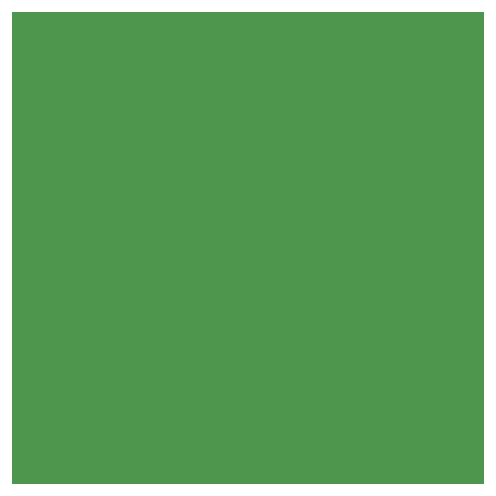
<source format=gbr>
G04 =======================================* 
G04 File Format: RS-274X * 
G04 Date:        July 17 2024 * 
G04 Time:        09:04:33 * 
G04 =======================================* 
G04 Format description *** 
G04 Code:          ASCII * 
G04 Unit:          Millimeter * 
G04 Coordinates:   Absolut * 
G04 Digits:        3.3-format * 
G04 Zeros skipped: Leading zeros omitted * 
G04 =======================================* 
%FSLAX33Y33*%
%MOMM*%
G90*
G71*
%LPD*%
G36*
G01X-20000Y-20000D02*
G01X20000Y-20000D01*
G01X20000Y20000D01*
G01X-20000Y20000D01*
G37*
%LPD*%
G36*
G01X-12000Y-8000D02*
G01X-12000Y-13000D01*
G01X-20000Y-13000D01*
G01X-20000Y-20000D01*
G01X20000Y-20000D01*
G01X20000Y-13000D01*
G01X12000Y-13000D01*
G01X12000Y-8000D01*
G37*
M02* 
G04 End Of Gerber File* 

</source>
